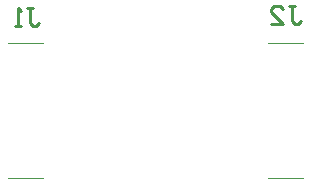
<source format=gbo>
G04*
G04 #@! TF.GenerationSoftware,Altium Limited,Altium Designer,24.6.1 (21)*
G04*
G04 Layer_Color=32896*
%FSLAX25Y25*%
%MOIN*%
G70*
G04*
G04 #@! TF.SameCoordinates,FCA5704B-31CB-4EDA-9B93-1EE264664BD2*
G04*
G04*
G04 #@! TF.FilePolarity,Positive*
G04*
G01*
G75*
%ADD32C,0.01000*%
%ADD34C,0.00394*%
D32*
X19980Y81247D02*
X21980D01*
X20980D01*
Y76249D01*
X21980Y75249D01*
X22979D01*
X23979Y76249D01*
X17981Y75249D02*
X15982D01*
X16981D01*
Y81247D01*
X17981Y80247D01*
X107397Y82034D02*
X109397D01*
X108397D01*
Y77036D01*
X109397Y76036D01*
X110396D01*
X111396Y77036D01*
X101399Y76036D02*
X105398D01*
X101399Y80035D01*
Y81035D01*
X102399Y82034D01*
X104398D01*
X105398Y81035D01*
D34*
X13937Y24705D02*
X25433D01*
X13780Y69784D02*
X25433D01*
X100551Y24705D02*
X112205D01*
X100551Y69784D02*
X112047D01*
M02*

</source>
